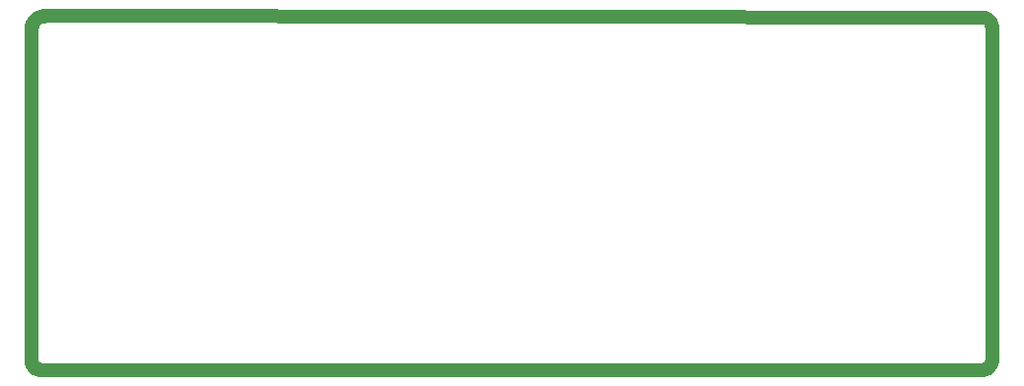
<source format=gm1>
G04*
G04 #@! TF.GenerationSoftware,Altium Limited,Altium Designer,20.0.10 (225)*
G04*
G04 Layer_Color=16711935*
%FSLAX25Y25*%
%MOIN*%
G70*
G01*
G75*
%ADD40C,0.04724*%
D40*
X319004Y116858D02*
X318995Y116858D01*
X322362Y113505D02*
X322196Y114541D01*
X321719Y115476D01*
X320976Y116217D01*
X320041Y116694D01*
X319004Y116858D01*
X322362Y113500D02*
X322362Y113505D01*
X322362Y113500D02*
X322362Y113505D01*
X2004Y117359D02*
X2002D01*
X322362Y1000D02*
Y1001D01*
Y1000D02*
Y1000D01*
X322362Y988D02*
X322362Y1000D01*
X319000Y-2362D02*
X320037Y-2198D01*
X320972Y-1723D01*
X321716Y-982D01*
X322195Y-48D01*
X322362Y988D01*
X319000Y-2362D02*
X319000D01*
X322362Y988D02*
X322362Y1000D01*
X2004Y117359D02*
X1992Y117359D01*
X-2362Y113002D02*
Y113000D01*
Y113002D02*
Y113000D01*
X1992Y117359D02*
X1023Y117249D01*
X103Y116926D01*
X-722Y116406D01*
X-1412Y115717D01*
X-1930Y114891D01*
X-2252Y113971D01*
X-2362Y113002D01*
X2002Y117359D02*
X1992Y117359D01*
X-2362Y1000D02*
X-2198Y-39D01*
X-1720Y-976D01*
X-976Y-1720D01*
X-39Y-2198D01*
X1000Y-2362D01*
X319004Y116858D02*
X318995Y116858D01*
X322362Y113505D02*
X322196Y114541D01*
X321719Y115476D01*
X320976Y116217D01*
X320041Y116694D01*
X319004Y116858D01*
X322362Y113500D02*
X322362Y113505D01*
X322362Y113500D02*
X322362Y113505D01*
X2004Y117359D02*
X2002D01*
X322362Y1000D02*
Y1001D01*
Y1000D02*
Y1000D01*
X322362Y988D02*
X322362Y1000D01*
X319000Y-2362D02*
X320037Y-2198D01*
X320972Y-1723D01*
X321716Y-982D01*
X322195Y-48D01*
X322362Y988D01*
X319000Y-2362D02*
X319000D01*
X322362Y988D02*
X322362Y1000D01*
X2004Y117359D02*
X1992Y117359D01*
X-2362Y113002D02*
Y113000D01*
Y113002D02*
Y113000D01*
X1992Y117359D02*
X1023Y117249D01*
X103Y116926D01*
X-722Y116406D01*
X-1412Y115717D01*
X-1930Y114891D01*
X-2252Y113971D01*
X-2362Y113002D01*
X2002Y117359D02*
X1992Y117359D01*
X-2362Y1000D02*
X-2198Y-39D01*
X-1720Y-976D01*
X-976Y-1720D01*
X-39Y-2198D01*
X1000Y-2362D01*
X319012Y116862D02*
X319000Y116862D01*
X322362Y113513D02*
X322195Y114546D01*
X321719Y115478D01*
X320978Y116219D01*
X320046Y116695D01*
X319012Y116862D01*
X322362Y113500D02*
X322362Y113513D01*
X319012Y116862D02*
X318862Y116858D01*
X322362Y113500D02*
X322362Y113513D01*
X322362Y113500D02*
Y113500D01*
X319000Y116862D02*
X318862Y116858D01*
X322362Y1000D02*
Y1000D01*
Y1000D02*
Y1000D01*
X319000Y-2362D02*
X319000D01*
X322362Y988D02*
X322362Y1000D01*
X319000Y-2362D02*
X320037Y-2198D01*
X320972Y-1723D01*
X321716Y-982D01*
X322195Y-48D01*
X322362Y988D01*
X322362Y1000D01*
X319000Y-2362D02*
X319000D01*
X2612Y117359D02*
X1598Y117328D01*
X615Y117076D01*
X-289Y116616D01*
X-1072Y115970D01*
X-1694Y115168D01*
X-2126Y114250D01*
X-2348Y113260D01*
X-2362Y113000D01*
X-2348Y113260D02*
X-2362Y113000D01*
X-2362Y400D02*
X-2348Y139D01*
Y139D02*
X-2038Y-867D01*
X-1380Y-1689D01*
X-467Y-2212D01*
X575Y-2362D01*
X319004Y116858D02*
X319004D01*
X2004Y117359D02*
X319004Y116858D01*
X322362Y1000D02*
X322362Y113500D01*
X319000Y-2362D02*
X319000D01*
X1000D02*
X319000D01*
X-2362Y113000D02*
X-2362Y1000D01*
Y1000D02*
Y1000D01*
Y1000D02*
Y1000D01*
X319004Y116858D02*
X319004D01*
X2004Y117359D02*
X319004Y116858D01*
X322362Y1000D02*
X322362Y113500D01*
X319000Y-2362D02*
X319000D01*
X1000D02*
X319000D01*
X-2362Y113000D02*
X-2362Y1000D01*
Y1000D02*
Y1000D01*
Y1000D02*
Y1000D01*
X318862Y116858D02*
X318862Y116858D01*
X2612Y117359D02*
X318862Y116858D01*
X322362Y1000D02*
X322362Y113500D01*
X319000Y-2362D02*
X319000D01*
X575D02*
X319000D01*
X-2362Y113000D02*
X-2362Y400D01*
M02*

</source>
